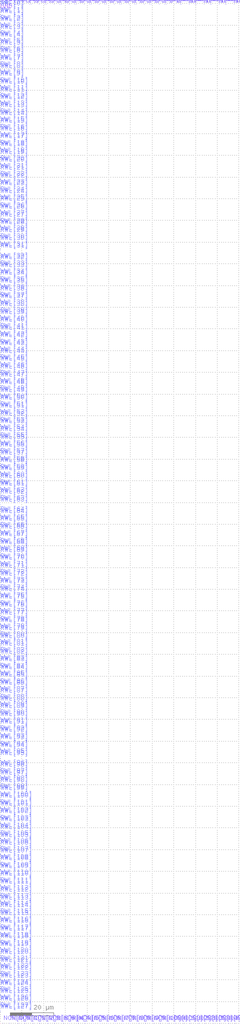
<source format=lef>
VERSION 5.7 ;
BUSBITCHARS "[]" ;
DIVIDERCHAR "/" ;

PROPERTYDEFINITIONS
  MACRO CatenaDesignType STRING ;
  MACRO connectivityLastUpdated INTEGER ;
  MACRO drcSignature INTEGER ;
END PROPERTYDEFINITIONS

MACRO sram_array_layout_best_128x16_Instance_Senseamp
  PIN WBLB[14]
    DIRECTION INPUT ;
    USE SIGNAL ;
    PORT
      LAYER metal2 ;
        RECT 100.98 469.62 101.07 469.8 ;
    END
  END WBLB[14]
  PIN WBLB[13]
    DIRECTION INPUT ;
    USE SIGNAL ;
    PORT
      LAYER metal2 ;
        RECT 94.05 469.62 94.14 469.8 ;
    END
  END WBLB[13]
  PIN WBLB[12]
    DIRECTION INPUT ;
    USE SIGNAL ;
    PORT
      LAYER metal2 ;
        RECT 87.12 469.62 87.21 469.8 ;
    END
  END WBLB[12]
  PIN WBLB[11]
    DIRECTION INPUT ;
    USE SIGNAL ;
    PORT
      LAYER metal2 ;
        RECT 80.19 469.62 80.28 469.8 ;
    END
  END WBLB[11]
  PIN WBLB[10]
    DIRECTION INPUT ;
    USE SIGNAL ;
    PORT
      LAYER metal2 ;
        RECT 73.26 469.62 73.35 469.8 ;
    END
  END WBLB[10]
  PIN WBLB[9]
    DIRECTION INPUT ;
    USE SIGNAL ;
    PORT
      LAYER metal2 ;
        RECT 66.33 469.62 66.42 469.8 ;
    END
  END WBLB[9]
  PIN WBLB[8]
    DIRECTION INPUT ;
    USE SIGNAL ;
    PORT
      LAYER metal2 ;
        RECT 59.4 469.62 59.49 469.8 ;
    END
  END WBLB[8]
  PIN WBLB[7]
    DIRECTION INPUT ;
    USE SIGNAL ;
    PORT
      LAYER metal2 ;
        RECT 52.47 469.62 52.56 469.8 ;
    END
  END WBLB[7]
  PIN WBLB[6]
    DIRECTION INPUT ;
    USE SIGNAL ;
    PORT
      LAYER metal2 ;
        RECT 45.54 469.62 45.63 469.8 ;
    END
  END WBLB[6]
  PIN WBLB[5]
    DIRECTION INPUT ;
    USE SIGNAL ;
    PORT
      LAYER metal2 ;
        RECT 38.61 469.62 38.7 469.8 ;
    END
  END WBLB[5]
  PIN WBLB[4]
    DIRECTION INPUT ;
    USE SIGNAL ;
    PORT
      LAYER metal2 ;
        RECT 31.68 469.62 31.77 469.8 ;
    END
  END WBLB[4]
  PIN WBLB[3]
    DIRECTION INPUT ;
    USE SIGNAL ;
    PORT
      LAYER metal2 ;
        RECT 24.75 469.62 24.84 469.8 ;
    END
  END WBLB[3]
  PIN WBLB[2]
    DIRECTION INPUT ;
    USE SIGNAL ;
    PORT
      LAYER metal2 ;
        RECT 17.82 469.62 17.91 469.8 ;
    END
  END WBLB[2]
  PIN WBLB[1]
    DIRECTION INPUT ;
    USE SIGNAL ;
    PORT
      LAYER metal2 ;
        RECT 10.89 469.62 10.98 469.8 ;
    END
  END WBLB[1]
  PIN WBLB[0]
    DIRECTION INPUT ;
    USE SIGNAL ;
    PORT
      LAYER metal2 ;
        RECT 3.96 469.62 4.05 469.8 ;
    END
  END WBLB[0]
  PIN RBL[0]
    DIRECTION INPUT ;
    USE SIGNAL ;
    PORT
      LAYER metal2 ;
        RECT 6.57 469.62 6.66 469.8 ;
    END
  END RBL[0]
  PIN WBLB[15]
    DIRECTION INPUT ;
    USE SIGNAL ;
    PORT
      LAYER metal2 ;
        RECT 107.91 469.62 108 469.8 ;
    END
  END WBLB[15]
  PIN WBL[14]
    DIRECTION INPUT ;
    USE SIGNAL ;
    PORT
      LAYER metal2 ;
        RECT 97.29 469.62 97.38 469.8 ;
    END
  END WBL[14]
  PIN WBL[13]
    DIRECTION INPUT ;
    USE SIGNAL ;
    PORT
      LAYER metal2 ;
        RECT 90.36 469.62 90.45 469.8 ;
    END
  END WBL[13]
  PIN WBL[12]
    DIRECTION INPUT ;
    USE SIGNAL ;
    PORT
      LAYER metal2 ;
        RECT 83.43 469.62 83.52 469.8 ;
    END
  END WBL[12]
  PIN WBL[11]
    DIRECTION INPUT ;
    USE SIGNAL ;
    PORT
      LAYER metal2 ;
        RECT 76.5 469.62 76.59 469.8 ;
    END
  END WBL[11]
  PIN WBL[10]
    DIRECTION INPUT ;
    USE SIGNAL ;
    PORT
      LAYER metal2 ;
        RECT 69.57 469.62 69.66 469.8 ;
    END
  END WBL[10]
  PIN WBL[9]
    DIRECTION INPUT ;
    USE SIGNAL ;
    PORT
      LAYER metal2 ;
        RECT 62.64 469.62 62.73 469.8 ;
    END
  END WBL[9]
  PIN WBL[8]
    DIRECTION INPUT ;
    USE SIGNAL ;
    PORT
      LAYER metal2 ;
        RECT 55.71 469.62 55.8 469.8 ;
    END
  END WBL[8]
  PIN WBL[7]
    DIRECTION INPUT ;
    USE SIGNAL ;
    PORT
      LAYER metal2 ;
        RECT 48.78 469.62 48.87 469.8 ;
    END
  END WBL[7]
  PIN WBL[6]
    DIRECTION INPUT ;
    USE SIGNAL ;
    PORT
      LAYER metal2 ;
        RECT 41.85 469.62 41.94 469.8 ;
    END
  END WBL[6]
  PIN WBL[5]
    DIRECTION INPUT ;
    USE SIGNAL ;
    PORT
      LAYER metal2 ;
        RECT 34.92 469.62 35.01 469.8 ;
    END
  END WBL[5]
  PIN WBL[4]
    DIRECTION INPUT ;
    USE SIGNAL ;
    PORT
      LAYER metal2 ;
        RECT 27.99 469.62 28.08 469.8 ;
    END
  END WBL[4]
  PIN WBL[3]
    DIRECTION INPUT ;
    USE SIGNAL ;
    PORT
      LAYER metal2 ;
        RECT 21.06 469.62 21.15 469.8 ;
    END
  END WBL[3]
  PIN WBL[2]
    DIRECTION INPUT ;
    USE SIGNAL ;
    PORT
      LAYER metal2 ;
        RECT 14.13 469.62 14.22 469.8 ;
    END
  END WBL[2]
  PIN WBL[1]
    DIRECTION INPUT ;
    USE SIGNAL ;
    PORT
      LAYER metal2 ;
        RECT 7.2 469.62 7.29 469.8 ;
    END
  END WBL[1]
  PIN RBL[15]
    DIRECTION INPUT ;
    USE SIGNAL ;
    PORT
      LAYER metal2 ;
        RECT 110.52 469.62 110.61 469.8 ;
    END
  END RBL[15]
  PIN WBL[0]
    DIRECTION INPUT ;
    USE SIGNAL ;
    PORT
      LAYER metal2 ;
        RECT 0.27 469.62 0.36 469.8 ;
    END
  END WBL[0]
  PIN WBL[15]
    DIRECTION INPUT ;
    USE SIGNAL ;
    PORT
      LAYER metal2 ;
        RECT 104.22 469.62 104.31 469.8 ;
    END
  END WBL[15]
  PIN RBL[14]
    DIRECTION INPUT ;
    USE SIGNAL ;
    PORT
      LAYER metal2 ;
        RECT 103.59 469.62 103.68 469.8 ;
    END
  END RBL[14]
  PIN RBL[13]
    DIRECTION INPUT ;
    USE SIGNAL ;
    PORT
      LAYER metal2 ;
        RECT 96.66 469.62 96.75 469.8 ;
    END
  END RBL[13]
  PIN RBL[12]
    DIRECTION INPUT ;
    USE SIGNAL ;
    PORT
      LAYER metal2 ;
        RECT 89.73 469.62 89.82 469.8 ;
    END
  END RBL[12]
  PIN RBL[11]
    DIRECTION INPUT ;
    USE SIGNAL ;
    PORT
      LAYER metal2 ;
        RECT 82.8 469.62 82.89 469.8 ;
    END
  END RBL[11]
  PIN RBL[10]
    DIRECTION INPUT ;
    USE SIGNAL ;
    PORT
      LAYER metal2 ;
        RECT 75.87 469.62 75.96 469.8 ;
    END
  END RBL[10]
  PIN RBL[9]
    DIRECTION INPUT ;
    USE SIGNAL ;
    PORT
      LAYER metal2 ;
        RECT 68.94 469.62 69.03 469.8 ;
    END
  END RBL[9]
  PIN RBL[8]
    DIRECTION INPUT ;
    USE SIGNAL ;
    PORT
      LAYER metal2 ;
        RECT 62.01 469.62 62.1 469.8 ;
    END
  END RBL[8]
  PIN RBL[7]
    DIRECTION INPUT ;
    USE SIGNAL ;
    PORT
      LAYER metal2 ;
        RECT 55.08 469.62 55.17 469.8 ;
    END
  END RBL[7]
  PIN RBL[6]
    DIRECTION INPUT ;
    USE SIGNAL ;
    PORT
      LAYER metal2 ;
        RECT 48.15 469.62 48.24 469.8 ;
    END
  END RBL[6]
  PIN RBL[5]
    DIRECTION INPUT ;
    USE SIGNAL ;
    PORT
      LAYER metal2 ;
        RECT 41.22 469.62 41.31 469.8 ;
    END
  END RBL[5]
  PIN RBL[4]
    DIRECTION INPUT ;
    USE SIGNAL ;
    PORT
      LAYER metal2 ;
        RECT 34.29 469.62 34.38 469.8 ;
    END
  END RBL[4]
  PIN RBL[3]
    DIRECTION INPUT ;
    USE SIGNAL ;
    PORT
      LAYER metal2 ;
        RECT 27.36 469.62 27.45 469.8 ;
    END
  END RBL[3]
  PIN RBL[2]
    DIRECTION INPUT ;
    USE SIGNAL ;
    PORT
      LAYER metal2 ;
        RECT 20.43 469.62 20.52 469.8 ;
    END
  END RBL[2]
  PIN RBL[1]
    DIRECTION INPUT ;
    USE SIGNAL ;
    PORT
      LAYER metal2 ;
        RECT 13.5 469.62 13.59 469.8 ;
    END
  END RBL[1]
  PIN GND
    DIRECTION INOUT ;
    USE SIGNAL ;
    PORT
      LAYER metal1 ;
        RECT 0 471.33 0.135 471.465 ;
    END
    PORT
      LAYER metal1 ;
        RECT 0 466.245 0.135 466.38 ;
    END
  END GND
  PIN WWL[0]
    DIRECTION INPUT ;
    USE SIGNAL ;
    PORT
      LAYER metal3 ;
        RECT 0 467.505 0.135 467.64 ;
    END
  END WWL[0]
  PIN RWL[0]
    DIRECTION INPUT ;
    USE SIGNAL ;
    PORT
      LAYER metal3 ;
        RECT 0 468.315 0.135 468.45 ;
    END
  END RWL[0]
  PIN VDD
    DIRECTION INOUT ;
    USE SIGNAL ;
    PORT
      LAYER metal1 ;
        RECT 0 469.89 0.135 470.025 ;
    END
    PORT
      LAYER metal1 ;
        RECT 0 469.575 0.135 469.71 ;
    END
  END VDD
  PIN RWL[30]
    DIRECTION INPUT ;
    USE SIGNAL ;
    PORT
      LAYER metal3 ;
        RECT 0 360.315 0.135 360.45 ;
    END
  END RWL[30]
  PIN RWL[2]
    DIRECTION INPUT ;
    USE SIGNAL ;
    PORT
      LAYER metal3 ;
        RECT 0 461.115 0.135 461.25 ;
    END
  END RWL[2]
  PIN RWL[4]
    DIRECTION INPUT ;
    USE SIGNAL ;
    PORT
      LAYER metal3 ;
        RECT 0 453.915 0.135 454.05 ;
    END
  END RWL[4]
  PIN RWL[6]
    DIRECTION INPUT ;
    USE SIGNAL ;
    PORT
      LAYER metal3 ;
        RECT 0 446.715 0.135 446.85 ;
    END
  END RWL[6]
  PIN RWL[8]
    DIRECTION INPUT ;
    USE SIGNAL ;
    PORT
      LAYER metal3 ;
        RECT 0 439.515 0.135 439.65 ;
    END
  END RWL[8]
  PIN RWL[10]
    DIRECTION INPUT ;
    USE SIGNAL ;
    PORT
      LAYER metal3 ;
        RECT 0 432.315 0.135 432.45 ;
    END
  END RWL[10]
  PIN RWL[12]
    DIRECTION INPUT ;
    USE SIGNAL ;
    PORT
      LAYER metal3 ;
        RECT 0 425.115 0.135 425.25 ;
    END
  END RWL[12]
  PIN RWL[14]
    DIRECTION INPUT ;
    USE SIGNAL ;
    PORT
      LAYER metal3 ;
        RECT 0 417.915 0.135 418.05 ;
    END
  END RWL[14]
  PIN RWL[16]
    DIRECTION INPUT ;
    USE SIGNAL ;
    PORT
      LAYER metal3 ;
        RECT 0 410.715 0.135 410.85 ;
    END
  END RWL[16]
  PIN RWL[18]
    DIRECTION INPUT ;
    USE SIGNAL ;
    PORT
      LAYER metal3 ;
        RECT 0 403.515 0.135 403.65 ;
    END
  END RWL[18]
  PIN RWL[20]
    DIRECTION INPUT ;
    USE SIGNAL ;
    PORT
      LAYER metal3 ;
        RECT 0 396.315 0.135 396.45 ;
    END
  END RWL[20]
  PIN RWL[22]
    DIRECTION INPUT ;
    USE SIGNAL ;
    PORT
      LAYER metal3 ;
        RECT 0 389.115 0.135 389.25 ;
    END
  END RWL[22]
  PIN RWL[24]
    DIRECTION INPUT ;
    USE SIGNAL ;
    PORT
      LAYER metal3 ;
        RECT 0 381.915 0.135 382.05 ;
    END
  END RWL[24]
  PIN RWL[26]
    DIRECTION INPUT ;
    USE SIGNAL ;
    PORT
      LAYER metal3 ;
        RECT 0 374.715 0.135 374.85 ;
    END
  END RWL[26]
  PIN RWL[28]
    DIRECTION INPUT ;
    USE SIGNAL ;
    PORT
      LAYER metal3 ;
        RECT 0 367.515 0.135 367.65 ;
    END
  END RWL[28]
  PIN WWL[30]
    DIRECTION INPUT ;
    USE SIGNAL ;
    PORT
      LAYER metal3 ;
        RECT 0 359.505 0.135 359.64 ;
    END
  END WWL[30]
  PIN WWL[2]
    DIRECTION INPUT ;
    USE SIGNAL ;
    PORT
      LAYER metal3 ;
        RECT 0 460.305 0.135 460.44 ;
    END
  END WWL[2]
  PIN WWL[4]
    DIRECTION INPUT ;
    USE SIGNAL ;
    PORT
      LAYER metal3 ;
        RECT 0 453.105 0.135 453.24 ;
    END
  END WWL[4]
  PIN WWL[6]
    DIRECTION INPUT ;
    USE SIGNAL ;
    PORT
      LAYER metal3 ;
        RECT 0 445.905 0.135 446.04 ;
    END
  END WWL[6]
  PIN WWL[8]
    DIRECTION INPUT ;
    USE SIGNAL ;
    PORT
      LAYER metal3 ;
        RECT 0 438.705 0.135 438.84 ;
    END
  END WWL[8]
  PIN WWL[10]
    DIRECTION INPUT ;
    USE SIGNAL ;
    PORT
      LAYER metal3 ;
        RECT 0 431.505 0.135 431.64 ;
    END
  END WWL[10]
  PIN WWL[12]
    DIRECTION INPUT ;
    USE SIGNAL ;
    PORT
      LAYER metal3 ;
        RECT 0 424.305 0.135 424.44 ;
    END
  END WWL[12]
  PIN WWL[14]
    DIRECTION INPUT ;
    USE SIGNAL ;
    PORT
      LAYER metal3 ;
        RECT 0 417.105 0.135 417.24 ;
    END
  END WWL[14]
  PIN WWL[16]
    DIRECTION INPUT ;
    USE SIGNAL ;
    PORT
      LAYER metal3 ;
        RECT 0 409.905 0.135 410.04 ;
    END
  END WWL[16]
  PIN WWL[18]
    DIRECTION INPUT ;
    USE SIGNAL ;
    PORT
      LAYER metal3 ;
        RECT 0 402.705 0.135 402.84 ;
    END
  END WWL[18]
  PIN WWL[20]
    DIRECTION INPUT ;
    USE SIGNAL ;
    PORT
      LAYER metal3 ;
        RECT 0 395.505 0.135 395.64 ;
    END
  END WWL[20]
  PIN WWL[22]
    DIRECTION INPUT ;
    USE SIGNAL ;
    PORT
      LAYER metal3 ;
        RECT 0 388.305 0.135 388.44 ;
    END
  END WWL[22]
  PIN WWL[24]
    DIRECTION INPUT ;
    USE SIGNAL ;
    PORT
      LAYER metal3 ;
        RECT 0 381.105 0.135 381.24 ;
    END
  END WWL[24]
  PIN WWL[26]
    DIRECTION INPUT ;
    USE SIGNAL ;
    PORT
      LAYER metal3 ;
        RECT 0 373.905 0.135 374.04 ;
    END
  END WWL[26]
  PIN WWL[28]
    DIRECTION INPUT ;
    USE SIGNAL ;
    PORT
      LAYER metal3 ;
        RECT 0 366.705 0.135 366.84 ;
    END
  END WWL[28]
  PIN WWL[31]
    DIRECTION INPUT ;
    USE SIGNAL ;
    PORT
      LAYER metal3 ;
        RECT 0 356.76 0.135 356.895 ;
    END
  END WWL[31]
  PIN WWL[1]
    DIRECTION INPUT ;
    USE SIGNAL ;
    PORT
      LAYER metal3 ;
        RECT 0 464.76 0.135 464.895 ;
    END
  END WWL[1]
  PIN WWL[3]
    DIRECTION INPUT ;
    USE SIGNAL ;
    PORT
      LAYER metal3 ;
        RECT 0 457.56 0.135 457.695 ;
    END
  END WWL[3]
  PIN WWL[5]
    DIRECTION INPUT ;
    USE SIGNAL ;
    PORT
      LAYER metal3 ;
        RECT 0 450.36 0.135 450.495 ;
    END
  END WWL[5]
  PIN WWL[7]
    DIRECTION INPUT ;
    USE SIGNAL ;
    PORT
      LAYER metal3 ;
        RECT 0 443.16 0.135 443.295 ;
    END
  END WWL[7]
  PIN WWL[9]
    DIRECTION INPUT ;
    USE SIGNAL ;
    PORT
      LAYER metal3 ;
        RECT 0 435.96 0.135 436.095 ;
    END
  END WWL[9]
  PIN WWL[11]
    DIRECTION INPUT ;
    USE SIGNAL ;
    PORT
      LAYER metal3 ;
        RECT 0 428.76 0.135 428.895 ;
    END
  END WWL[11]
  PIN WWL[13]
    DIRECTION INPUT ;
    USE SIGNAL ;
    PORT
      LAYER metal3 ;
        RECT 0 421.56 0.135 421.695 ;
    END
  END WWL[13]
  PIN WWL[15]
    DIRECTION INPUT ;
    USE SIGNAL ;
    PORT
      LAYER metal3 ;
        RECT 0 414.36 0.135 414.495 ;
    END
  END WWL[15]
  PIN WWL[17]
    DIRECTION INPUT ;
    USE SIGNAL ;
    PORT
      LAYER metal3 ;
        RECT 0 407.16 0.135 407.295 ;
    END
  END WWL[17]
  PIN WWL[19]
    DIRECTION INPUT ;
    USE SIGNAL ;
    PORT
      LAYER metal3 ;
        RECT 0 399.96 0.135 400.095 ;
    END
  END WWL[19]
  PIN WWL[21]
    DIRECTION INPUT ;
    USE SIGNAL ;
    PORT
      LAYER metal3 ;
        RECT 0 392.76 0.135 392.895 ;
    END
  END WWL[21]
  PIN WWL[23]
    DIRECTION INPUT ;
    USE SIGNAL ;
    PORT
      LAYER metal3 ;
        RECT 0 385.56 0.135 385.695 ;
    END
  END WWL[23]
  PIN WWL[25]
    DIRECTION INPUT ;
    USE SIGNAL ;
    PORT
      LAYER metal3 ;
        RECT 0 378.36 0.135 378.495 ;
    END
  END WWL[25]
  PIN WWL[27]
    DIRECTION INPUT ;
    USE SIGNAL ;
    PORT
      LAYER metal3 ;
        RECT 0 371.16 0.135 371.295 ;
    END
  END WWL[27]
  PIN WWL[29]
    DIRECTION INPUT ;
    USE SIGNAL ;
    PORT
      LAYER metal3 ;
        RECT 0 363.96 0.135 364.095 ;
    END
  END WWL[29]
  PIN RWL[31]
    DIRECTION INPUT ;
    USE SIGNAL ;
    PORT
      LAYER metal3 ;
        RECT 0 355.95 0.135 356.085 ;
    END
  END RWL[31]
  PIN RWL[1]
    DIRECTION INPUT ;
    USE SIGNAL ;
    PORT
      LAYER metal3 ;
        RECT 0 463.95 0.135 464.085 ;
    END
  END RWL[1]
  PIN RWL[3]
    DIRECTION INPUT ;
    USE SIGNAL ;
    PORT
      LAYER metal3 ;
        RECT 0 456.75 0.135 456.885 ;
    END
  END RWL[3]
  PIN RWL[5]
    DIRECTION INPUT ;
    USE SIGNAL ;
    PORT
      LAYER metal3 ;
        RECT 0 449.55 0.135 449.685 ;
    END
  END RWL[5]
  PIN RWL[7]
    DIRECTION INPUT ;
    USE SIGNAL ;
    PORT
      LAYER metal3 ;
        RECT 0 442.35 0.135 442.485 ;
    END
  END RWL[7]
  PIN RWL[9]
    DIRECTION INPUT ;
    USE SIGNAL ;
    PORT
      LAYER metal3 ;
        RECT 0 435.15 0.135 435.285 ;
    END
  END RWL[9]
  PIN RWL[11]
    DIRECTION INPUT ;
    USE SIGNAL ;
    PORT
      LAYER metal3 ;
        RECT 0 427.95 0.135 428.085 ;
    END
  END RWL[11]
  PIN RWL[13]
    DIRECTION INPUT ;
    USE SIGNAL ;
    PORT
      LAYER metal3 ;
        RECT 0 420.75 0.135 420.885 ;
    END
  END RWL[13]
  PIN RWL[15]
    DIRECTION INPUT ;
    USE SIGNAL ;
    PORT
      LAYER metal3 ;
        RECT 0 413.55 0.135 413.685 ;
    END
  END RWL[15]
  PIN RWL[17]
    DIRECTION INPUT ;
    USE SIGNAL ;
    PORT
      LAYER metal3 ;
        RECT 0 406.35 0.135 406.485 ;
    END
  END RWL[17]
  PIN RWL[19]
    DIRECTION INPUT ;
    USE SIGNAL ;
    PORT
      LAYER metal3 ;
        RECT 0 399.15 0.135 399.285 ;
    END
  END RWL[19]
  PIN RWL[21]
    DIRECTION INPUT ;
    USE SIGNAL ;
    PORT
      LAYER metal3 ;
        RECT 0 391.95 0.135 392.085 ;
    END
  END RWL[21]
  PIN RWL[23]
    DIRECTION INPUT ;
    USE SIGNAL ;
    PORT
      LAYER metal3 ;
        RECT 0 384.75 0.135 384.885 ;
    END
  END RWL[23]
  PIN RWL[25]
    DIRECTION INPUT ;
    USE SIGNAL ;
    PORT
      LAYER metal3 ;
        RECT 0 377.55 0.135 377.685 ;
    END
  END RWL[25]
  PIN RWL[27]
    DIRECTION INPUT ;
    USE SIGNAL ;
    PORT
      LAYER metal3 ;
        RECT 0 370.35 0.135 370.485 ;
    END
  END RWL[27]
  PIN RWL[29]
    DIRECTION INPUT ;
    USE SIGNAL ;
    PORT
      LAYER metal3 ;
        RECT 0 363.15 0.135 363.285 ;
    END
  END RWL[29]
  PIN RWL[64]
    DIRECTION INPUT ;
    USE SIGNAL ;
    PORT
      LAYER metal3 ;
        RECT 0 234.495 0.135 234.63 ;
    END
  END RWL[64]
  PIN WWL[32]
    DIRECTION INPUT ;
    USE SIGNAL ;
    PORT
      LAYER metal3 ;
        RECT 0 351.45 0.135 351.585 ;
    END
  END WWL[32]
  PIN WWL[34]
    DIRECTION INPUT ;
    USE SIGNAL ;
    PORT
      LAYER metal3 ;
        RECT 0 344.25 0.135 344.385 ;
    END
  END WWL[34]
  PIN WWL[36]
    DIRECTION INPUT ;
    USE SIGNAL ;
    PORT
      LAYER metal3 ;
        RECT 0 337.05 0.135 337.185 ;
    END
  END WWL[36]
  PIN WWL[38]
    DIRECTION INPUT ;
    USE SIGNAL ;
    PORT
      LAYER metal3 ;
        RECT 0 329.85 0.135 329.985 ;
    END
  END WWL[38]
  PIN WWL[40]
    DIRECTION INPUT ;
    USE SIGNAL ;
    PORT
      LAYER metal3 ;
        RECT 0 322.65 0.135 322.785 ;
    END
  END WWL[40]
  PIN WWL[42]
    DIRECTION INPUT ;
    USE SIGNAL ;
    PORT
      LAYER metal3 ;
        RECT 0 315.45 0.135 315.585 ;
    END
  END WWL[42]
  PIN WWL[44]
    DIRECTION INPUT ;
    USE SIGNAL ;
    PORT
      LAYER metal3 ;
        RECT 0 308.25 0.135 308.385 ;
    END
  END WWL[44]
  PIN WWL[46]
    DIRECTION INPUT ;
    USE SIGNAL ;
    PORT
      LAYER metal3 ;
        RECT 0 301.05 0.135 301.185 ;
    END
  END WWL[46]
  PIN WWL[48]
    DIRECTION INPUT ;
    USE SIGNAL ;
    PORT
      LAYER metal3 ;
        RECT 0 293.85 0.135 293.985 ;
    END
  END WWL[48]
  PIN WWL[50]
    DIRECTION INPUT ;
    USE SIGNAL ;
    PORT
      LAYER metal3 ;
        RECT 0 286.65 0.135 286.785 ;
    END
  END WWL[50]
  PIN WWL[52]
    DIRECTION INPUT ;
    USE SIGNAL ;
    PORT
      LAYER metal3 ;
        RECT 0 279.45 0.135 279.585 ;
    END
  END WWL[52]
  PIN WWL[54]
    DIRECTION INPUT ;
    USE SIGNAL ;
    PORT
      LAYER metal3 ;
        RECT 0 272.25 0.135 272.385 ;
    END
  END WWL[54]
  PIN WWL[56]
    DIRECTION INPUT ;
    USE SIGNAL ;
    PORT
      LAYER metal3 ;
        RECT 0 265.05 0.135 265.185 ;
    END
  END WWL[56]
  PIN WWL[58]
    DIRECTION INPUT ;
    USE SIGNAL ;
    PORT
      LAYER metal3 ;
        RECT 0 257.85 0.135 257.985 ;
    END
  END WWL[58]
  PIN WWL[60]
    DIRECTION INPUT ;
    USE SIGNAL ;
    PORT
      LAYER metal3 ;
        RECT 0 250.65 0.135 250.785 ;
    END
  END WWL[60]
  PIN WWL[62]
    DIRECTION INPUT ;
    USE SIGNAL ;
    PORT
      LAYER metal3 ;
        RECT 0 243.45 0.135 243.585 ;
    END
  END WWL[62]
  PIN WWL[95]
    DIRECTION INPUT ;
    USE SIGNAL ;
    PORT
      LAYER metal3 ;
        RECT 0 122.94 0.135 123.075 ;
    END
  END WWL[95]
  PIN RWL[32]
    DIRECTION INPUT ;
    USE SIGNAL ;
    PORT
      LAYER metal3 ;
        RECT 0 350.64 0.135 350.775 ;
    END
  END RWL[32]
  PIN RWL[34]
    DIRECTION INPUT ;
    USE SIGNAL ;
    PORT
      LAYER metal3 ;
        RECT 0 343.44 0.135 343.575 ;
    END
  END RWL[34]
  PIN RWL[36]
    DIRECTION INPUT ;
    USE SIGNAL ;
    PORT
      LAYER metal3 ;
        RECT 0 336.24 0.135 336.375 ;
    END
  END RWL[36]
  PIN RWL[38]
    DIRECTION INPUT ;
    USE SIGNAL ;
    PORT
      LAYER metal3 ;
        RECT 0 329.04 0.135 329.175 ;
    END
  END RWL[38]
  PIN RWL[40]
    DIRECTION INPUT ;
    USE SIGNAL ;
    PORT
      LAYER metal3 ;
        RECT 0 321.84 0.135 321.975 ;
    END
  END RWL[40]
  PIN RWL[42]
    DIRECTION INPUT ;
    USE SIGNAL ;
    PORT
      LAYER metal3 ;
        RECT 0 314.64 0.135 314.775 ;
    END
  END RWL[42]
  PIN RWL[44]
    DIRECTION INPUT ;
    USE SIGNAL ;
    PORT
      LAYER metal3 ;
        RECT 0 307.44 0.135 307.575 ;
    END
  END RWL[44]
  PIN RWL[46]
    DIRECTION INPUT ;
    USE SIGNAL ;
    PORT
      LAYER metal3 ;
        RECT 0 300.24 0.135 300.375 ;
    END
  END RWL[46]
  PIN RWL[48]
    DIRECTION INPUT ;
    USE SIGNAL ;
    PORT
      LAYER metal3 ;
        RECT 0 293.04 0.135 293.175 ;
    END
  END RWL[48]
  PIN RWL[50]
    DIRECTION INPUT ;
    USE SIGNAL ;
    PORT
      LAYER metal3 ;
        RECT 0 285.84 0.135 285.975 ;
    END
  END RWL[50]
  PIN RWL[52]
    DIRECTION INPUT ;
    USE SIGNAL ;
    PORT
      LAYER metal3 ;
        RECT 0 278.64 0.135 278.775 ;
    END
  END RWL[52]
  PIN RWL[54]
    DIRECTION INPUT ;
    USE SIGNAL ;
    PORT
      LAYER metal3 ;
        RECT 0 271.44 0.135 271.575 ;
    END
  END RWL[54]
  PIN RWL[56]
    DIRECTION INPUT ;
    USE SIGNAL ;
    PORT
      LAYER metal3 ;
        RECT 0 264.24 0.135 264.375 ;
    END
  END RWL[56]
  PIN RWL[58]
    DIRECTION INPUT ;
    USE SIGNAL ;
    PORT
      LAYER metal3 ;
        RECT 0 257.04 0.135 257.175 ;
    END
  END RWL[58]
  PIN RWL[60]
    DIRECTION INPUT ;
    USE SIGNAL ;
    PORT
      LAYER metal3 ;
        RECT 0 249.84 0.135 249.975 ;
    END
  END RWL[60]
  PIN RWL[62]
    DIRECTION INPUT ;
    USE SIGNAL ;
    PORT
      LAYER metal3 ;
        RECT 0 242.64 0.135 242.775 ;
    END
  END RWL[62]
  PIN RWL[63]
    DIRECTION INPUT ;
    USE SIGNAL ;
    PORT
      LAYER metal3 ;
        RECT 0 239.805 0.135 239.94 ;
    END
  END RWL[63]
  PIN RWL[33]
    DIRECTION INPUT ;
    USE SIGNAL ;
    PORT
      LAYER metal3 ;
        RECT 0 347.805 0.135 347.94 ;
    END
  END RWL[33]
  PIN RWL[35]
    DIRECTION INPUT ;
    USE SIGNAL ;
    PORT
      LAYER metal3 ;
        RECT 0 340.605 0.135 340.74 ;
    END
  END RWL[35]
  PIN RWL[37]
    DIRECTION INPUT ;
    USE SIGNAL ;
    PORT
      LAYER metal3 ;
        RECT 0 333.405 0.135 333.54 ;
    END
  END RWL[37]
  PIN RWL[39]
    DIRECTION INPUT ;
    USE SIGNAL ;
    PORT
      LAYER metal3 ;
        RECT 0 326.205 0.135 326.34 ;
    END
  END RWL[39]
  PIN RWL[41]
    DIRECTION INPUT ;
    USE SIGNAL ;
    PORT
      LAYER metal3 ;
        RECT 0 319.005 0.135 319.14 ;
    END
  END RWL[41]
  PIN RWL[43]
    DIRECTION INPUT ;
    USE SIGNAL ;
    PORT
      LAYER metal3 ;
        RECT 0 311.805 0.135 311.94 ;
    END
  END RWL[43]
  PIN RWL[45]
    DIRECTION INPUT ;
    USE SIGNAL ;
    PORT
      LAYER metal3 ;
        RECT 0 304.605 0.135 304.74 ;
    END
  END RWL[45]
  PIN RWL[47]
    DIRECTION INPUT ;
    USE SIGNAL ;
    PORT
      LAYER metal3 ;
        RECT 0 297.405 0.135 297.54 ;
    END
  END RWL[47]
  PIN RWL[49]
    DIRECTION INPUT ;
    USE SIGNAL ;
    PORT
      LAYER metal3 ;
        RECT 0 290.205 0.135 290.34 ;
    END
  END RWL[49]
  PIN RWL[51]
    DIRECTION INPUT ;
    USE SIGNAL ;
    PORT
      LAYER metal3 ;
        RECT 0 283.005 0.135 283.14 ;
    END
  END RWL[51]
  PIN RWL[53]
    DIRECTION INPUT ;
    USE SIGNAL ;
    PORT
      LAYER metal3 ;
        RECT 0 275.805 0.135 275.94 ;
    END
  END RWL[53]
  PIN RWL[55]
    DIRECTION INPUT ;
    USE SIGNAL ;
    PORT
      LAYER metal3 ;
        RECT 0 268.605 0.135 268.74 ;
    END
  END RWL[55]
  PIN RWL[57]
    DIRECTION INPUT ;
    USE SIGNAL ;
    PORT
      LAYER metal3 ;
        RECT 0 261.405 0.135 261.54 ;
    END
  END RWL[57]
  PIN RWL[59]
    DIRECTION INPUT ;
    USE SIGNAL ;
    PORT
      LAYER metal3 ;
        RECT 0 254.205 0.135 254.34 ;
    END
  END RWL[59]
  PIN RWL[61]
    DIRECTION INPUT ;
    USE SIGNAL ;
    PORT
      LAYER metal3 ;
        RECT 0 247.005 0.135 247.14 ;
    END
  END RWL[61]
  PIN WWL[63]
    DIRECTION INPUT ;
    USE SIGNAL ;
    PORT
      LAYER metal3 ;
        RECT 0 238.995 0.135 239.13 ;
    END
  END WWL[63]
  PIN WWL[33]
    DIRECTION INPUT ;
    USE SIGNAL ;
    PORT
      LAYER metal3 ;
        RECT 0 346.995 0.135 347.13 ;
    END
  END WWL[33]
  PIN WWL[35]
    DIRECTION INPUT ;
    USE SIGNAL ;
    PORT
      LAYER metal3 ;
        RECT 0 339.795 0.135 339.93 ;
    END
  END WWL[35]
  PIN WWL[37]
    DIRECTION INPUT ;
    USE SIGNAL ;
    PORT
      LAYER metal3 ;
        RECT 0 332.595 0.135 332.73 ;
    END
  END WWL[37]
  PIN WWL[39]
    DIRECTION INPUT ;
    USE SIGNAL ;
    PORT
      LAYER metal3 ;
        RECT 0 325.395 0.135 325.53 ;
    END
  END WWL[39]
  PIN WWL[41]
    DIRECTION INPUT ;
    USE SIGNAL ;
    PORT
      LAYER metal3 ;
        RECT 0 318.195 0.135 318.33 ;
    END
  END WWL[41]
  PIN WWL[43]
    DIRECTION INPUT ;
    USE SIGNAL ;
    PORT
      LAYER metal3 ;
        RECT 0 310.995 0.135 311.13 ;
    END
  END WWL[43]
  PIN WWL[45]
    DIRECTION INPUT ;
    USE SIGNAL ;
    PORT
      LAYER metal3 ;
        RECT 0 303.795 0.135 303.93 ;
    END
  END WWL[45]
  PIN WWL[47]
    DIRECTION INPUT ;
    USE SIGNAL ;
    PORT
      LAYER metal3 ;
        RECT 0 296.595 0.135 296.73 ;
    END
  END WWL[47]
  PIN WWL[49]
    DIRECTION INPUT ;
    USE SIGNAL ;
    PORT
      LAYER metal3 ;
        RECT 0 289.395 0.135 289.53 ;
    END
  END WWL[49]
  PIN WWL[51]
    DIRECTION INPUT ;
    USE SIGNAL ;
    PORT
      LAYER metal3 ;
        RECT 0 282.195 0.135 282.33 ;
    END
  END WWL[51]
  PIN WWL[53]
    DIRECTION INPUT ;
    USE SIGNAL ;
    PORT
      LAYER metal3 ;
        RECT 0 274.995 0.135 275.13 ;
    END
  END WWL[53]
  PIN WWL[55]
    DIRECTION INPUT ;
    USE SIGNAL ;
    PORT
      LAYER metal3 ;
        RECT 0 267.795 0.135 267.93 ;
    END
  END WWL[55]
  PIN WWL[57]
    DIRECTION INPUT ;
    USE SIGNAL ;
    PORT
      LAYER metal3 ;
        RECT 0 260.595 0.135 260.73 ;
    END
  END WWL[57]
  PIN WWL[59]
    DIRECTION INPUT ;
    USE SIGNAL ;
    PORT
      LAYER metal3 ;
        RECT 0 253.395 0.135 253.53 ;
    END
  END WWL[59]
  PIN WWL[61]
    DIRECTION INPUT ;
    USE SIGNAL ;
    PORT
      LAYER metal3 ;
        RECT 0 246.195 0.135 246.33 ;
    END
  END WWL[61]
  PIN RWL[66]
    DIRECTION INPUT ;
    USE SIGNAL ;
    PORT
      LAYER metal3 ;
        RECT 0 227.295 0.135 227.43 ;
    END
  END RWL[66]
  PIN RWL[68]
    DIRECTION INPUT ;
    USE SIGNAL ;
    PORT
      LAYER metal3 ;
        RECT 0 220.095 0.135 220.23 ;
    END
  END RWL[68]
  PIN RWL[70]
    DIRECTION INPUT ;
    USE SIGNAL ;
    PORT
      LAYER metal3 ;
        RECT 0 212.895 0.135 213.03 ;
    END
  END RWL[70]
  PIN RWL[72]
    DIRECTION INPUT ;
    USE SIGNAL ;
    PORT
      LAYER metal3 ;
        RECT 0 205.695 0.135 205.83 ;
    END
  END RWL[72]
  PIN RWL[74]
    DIRECTION INPUT ;
    USE SIGNAL ;
    PORT
      LAYER metal3 ;
        RECT 0 198.495 0.135 198.63 ;
    END
  END RWL[74]
  PIN RWL[76]
    DIRECTION INPUT ;
    USE SIGNAL ;
    PORT
      LAYER metal3 ;
        RECT 0 191.295 0.135 191.43 ;
    END
  END RWL[76]
  PIN RWL[78]
    DIRECTION INPUT ;
    USE SIGNAL ;
    PORT
      LAYER metal3 ;
        RECT 0 184.095 0.135 184.23 ;
    END
  END RWL[78]
  PIN RWL[80]
    DIRECTION INPUT ;
    USE SIGNAL ;
    PORT
      LAYER metal3 ;
        RECT 0 176.895 0.135 177.03 ;
    END
  END RWL[80]
  PIN RWL[82]
    DIRECTION INPUT ;
    USE SIGNAL ;
    PORT
      LAYER metal3 ;
        RECT 0 169.695 0.135 169.83 ;
    END
  END RWL[82]
  PIN RWL[84]
    DIRECTION INPUT ;
    USE SIGNAL ;
    PORT
      LAYER metal3 ;
        RECT 0 162.495 0.135 162.63 ;
    END
  END RWL[84]
  PIN RWL[86]
    DIRECTION INPUT ;
    USE SIGNAL ;
    PORT
      LAYER metal3 ;
        RECT 0 155.295 0.135 155.43 ;
    END
  END RWL[86]
  PIN RWL[88]
    DIRECTION INPUT ;
    USE SIGNAL ;
    PORT
      LAYER metal3 ;
        RECT 0 148.095 0.135 148.23 ;
    END
  END RWL[88]
  PIN RWL[90]
    DIRECTION INPUT ;
    USE SIGNAL ;
    PORT
      LAYER metal3 ;
        RECT 0 140.895 0.135 141.03 ;
    END
  END RWL[90]
  PIN RWL[92]
    DIRECTION INPUT ;
    USE SIGNAL ;
    PORT
      LAYER metal3 ;
        RECT 0 133.695 0.135 133.83 ;
    END
  END RWL[92]
  PIN RWL[94]
    DIRECTION INPUT ;
    USE SIGNAL ;
    PORT
      LAYER metal3 ;
        RECT 0 126.495 0.135 126.63 ;
    END
  END RWL[94]
  PIN RWL[95]
    DIRECTION INPUT ;
    USE SIGNAL ;
    PORT
      LAYER metal3 ;
        RECT 0 122.13 0.135 122.265 ;
    END
  END RWL[95]
  PIN WWL[64]
    DIRECTION INPUT ;
    USE SIGNAL ;
    PORT
      LAYER metal3 ;
        RECT 0 233.685 0.135 233.82 ;
    END
  END WWL[64]
  PIN WWL[66]
    DIRECTION INPUT ;
    USE SIGNAL ;
    PORT
      LAYER metal3 ;
        RECT 0 226.485 0.135 226.62 ;
    END
  END WWL[66]
  PIN WWL[68]
    DIRECTION INPUT ;
    USE SIGNAL ;
    PORT
      LAYER metal3 ;
        RECT 0 219.285 0.135 219.42 ;
    END
  END WWL[68]
  PIN WWL[70]
    DIRECTION INPUT ;
    USE SIGNAL ;
    PORT
      LAYER metal3 ;
        RECT 0 212.085 0.135 212.22 ;
    END
  END WWL[70]
  PIN WWL[72]
    DIRECTION INPUT ;
    USE SIGNAL ;
    PORT
      LAYER metal3 ;
        RECT 0 204.885 0.135 205.02 ;
    END
  END WWL[72]
  PIN WWL[74]
    DIRECTION INPUT ;
    USE SIGNAL ;
    PORT
      LAYER metal3 ;
        RECT 0 197.685 0.135 197.82 ;
    END
  END WWL[74]
  PIN WWL[76]
    DIRECTION INPUT ;
    USE SIGNAL ;
    PORT
      LAYER metal3 ;
        RECT 0 190.485 0.135 190.62 ;
    END
  END WWL[76]
  PIN WWL[78]
    DIRECTION INPUT ;
    USE SIGNAL ;
    PORT
      LAYER metal3 ;
        RECT 0 183.285 0.135 183.42 ;
    END
  END WWL[78]
  PIN WWL[80]
    DIRECTION INPUT ;
    USE SIGNAL ;
    PORT
      LAYER metal3 ;
        RECT 0 176.085 0.135 176.22 ;
    END
  END WWL[80]
  PIN WWL[82]
    DIRECTION INPUT ;
    USE SIGNAL ;
    PORT
      LAYER metal3 ;
        RECT 0 168.885 0.135 169.02 ;
    END
  END WWL[82]
  PIN WWL[84]
    DIRECTION INPUT ;
    USE SIGNAL ;
    PORT
      LAYER metal3 ;
        RECT 0 161.685 0.135 161.82 ;
    END
  END WWL[84]
  PIN WWL[86]
    DIRECTION INPUT ;
    USE SIGNAL ;
    PORT
      LAYER metal3 ;
        RECT 0 154.485 0.135 154.62 ;
    END
  END WWL[86]
  PIN WWL[88]
    DIRECTION INPUT ;
    USE SIGNAL ;
    PORT
      LAYER metal3 ;
        RECT 0 147.285 0.135 147.42 ;
    END
  END WWL[88]
  PIN WWL[90]
    DIRECTION INPUT ;
    USE SIGNAL ;
    PORT
      LAYER metal3 ;
        RECT 0 140.085 0.135 140.22 ;
    END
  END WWL[90]
  PIN WWL[92]
    DIRECTION INPUT ;
    USE SIGNAL ;
    PORT
      LAYER metal3 ;
        RECT 0 132.885 0.135 133.02 ;
    END
  END WWL[92]
  PIN WWL[94]
    DIRECTION INPUT ;
    USE SIGNAL ;
    PORT
      LAYER metal3 ;
        RECT 0 125.685 0.135 125.82 ;
    END
  END WWL[94]
  PIN WWL[93]
    DIRECTION INPUT ;
    USE SIGNAL ;
    PORT
      LAYER metal3 ;
        RECT 0 130.14 0.135 130.275 ;
    END
  END WWL[93]
  PIN WWL[65]
    DIRECTION INPUT ;
    USE SIGNAL ;
    PORT
      LAYER metal3 ;
        RECT 0 230.94 0.135 231.075 ;
    END
  END WWL[65]
  PIN WWL[67]
    DIRECTION INPUT ;
    USE SIGNAL ;
    PORT
      LAYER metal3 ;
        RECT 0 223.74 0.135 223.875 ;
    END
  END WWL[67]
  PIN WWL[69]
    DIRECTION INPUT ;
    USE SIGNAL ;
    PORT
      LAYER metal3 ;
        RECT 0 216.54 0.135 216.675 ;
    END
  END WWL[69]
  PIN WWL[71]
    DIRECTION INPUT ;
    USE SIGNAL ;
    PORT
      LAYER metal3 ;
        RECT 0 209.34 0.135 209.475 ;
    END
  END WWL[71]
  PIN WWL[73]
    DIRECTION INPUT ;
    USE SIGNAL ;
    PORT
      LAYER metal3 ;
        RECT 0 202.14 0.135 202.275 ;
    END
  END WWL[73]
  PIN WWL[75]
    DIRECTION INPUT ;
    USE SIGNAL ;
    PORT
      LAYER metal3 ;
        RECT 0 194.94 0.135 195.075 ;
    END
  END WWL[75]
  PIN WWL[77]
    DIRECTION INPUT ;
    USE SIGNAL ;
    PORT
      LAYER metal3 ;
        RECT 0 187.74 0.135 187.875 ;
    END
  END WWL[77]
  PIN WWL[79]
    DIRECTION INPUT ;
    USE SIGNAL ;
    PORT
      LAYER metal3 ;
        RECT 0 180.54 0.135 180.675 ;
    END
  END WWL[79]
  PIN WWL[81]
    DIRECTION INPUT ;
    USE SIGNAL ;
    PORT
      LAYER metal3 ;
        RECT 0 173.34 0.135 173.475 ;
    END
  END WWL[81]
  PIN WWL[83]
    DIRECTION INPUT ;
    USE SIGNAL ;
    PORT
      LAYER metal3 ;
        RECT 0 166.14 0.135 166.275 ;
    END
  END WWL[83]
  PIN WWL[85]
    DIRECTION INPUT ;
    USE SIGNAL ;
    PORT
      LAYER metal3 ;
        RECT 0 158.94 0.135 159.075 ;
    END
  END WWL[85]
  PIN WWL[87]
    DIRECTION INPUT ;
    USE SIGNAL ;
    PORT
      LAYER metal3 ;
        RECT 0 151.74 0.135 151.875 ;
    END
  END WWL[87]
  PIN WWL[89]
    DIRECTION INPUT ;
    USE SIGNAL ;
    PORT
      LAYER metal3 ;
        RECT 0 144.54 0.135 144.675 ;
    END
  END WWL[89]
  PIN WWL[91]
    DIRECTION INPUT ;
    USE SIGNAL ;
    PORT
      LAYER metal3 ;
        RECT 0 137.34 0.135 137.475 ;
    END
  END WWL[91]
  PIN RWL[93]
    DIRECTION INPUT ;
    USE SIGNAL ;
    PORT
      LAYER metal3 ;
        RECT 0 129.33 0.135 129.465 ;
    END
  END RWL[93]
  PIN RWL[65]
    DIRECTION INPUT ;
    USE SIGNAL ;
    PORT
      LAYER metal3 ;
        RECT 0 230.13 0.135 230.265 ;
    END
  END RWL[65]
  PIN RWL[67]
    DIRECTION INPUT ;
    USE SIGNAL ;
    PORT
      LAYER metal3 ;
        RECT 0 222.93 0.135 223.065 ;
    END
  END RWL[67]
  PIN RWL[69]
    DIRECTION INPUT ;
    USE SIGNAL ;
    PORT
      LAYER metal3 ;
        RECT 0 215.73 0.135 215.865 ;
    END
  END RWL[69]
  PIN RWL[71]
    DIRECTION INPUT ;
    USE SIGNAL ;
    PORT
      LAYER metal3 ;
        RECT 0 208.53 0.135 208.665 ;
    END
  END RWL[71]
  PIN RWL[73]
    DIRECTION INPUT ;
    USE SIGNAL ;
    PORT
      LAYER metal3 ;
        RECT 0 201.33 0.135 201.465 ;
    END
  END RWL[73]
  PIN RWL[75]
    DIRECTION INPUT ;
    USE SIGNAL ;
    PORT
      LAYER metal3 ;
        RECT 0 194.13 0.135 194.265 ;
    END
  END RWL[75]
  PIN RWL[77]
    DIRECTION INPUT ;
    USE SIGNAL ;
    PORT
      LAYER metal3 ;
        RECT 0 186.93 0.135 187.065 ;
    END
  END RWL[77]
  PIN RWL[79]
    DIRECTION INPUT ;
    USE SIGNAL ;
    PORT
      LAYER metal3 ;
        RECT 0 179.73 0.135 179.865 ;
    END
  END RWL[79]
  PIN RWL[81]
    DIRECTION INPUT ;
    USE SIGNAL ;
    PORT
      LAYER metal3 ;
        RECT 0 172.53 0.135 172.665 ;
    END
  END RWL[81]
  PIN RWL[83]
    DIRECTION INPUT ;
    USE SIGNAL ;
    PORT
      LAYER metal3 ;
        RECT 0 165.33 0.135 165.465 ;
    END
  END RWL[83]
  PIN RWL[85]
    DIRECTION INPUT ;
    USE SIGNAL ;
    PORT
      LAYER metal3 ;
        RECT 0 158.13 0.135 158.265 ;
    END
  END RWL[85]
  PIN RWL[87]
    DIRECTION INPUT ;
    USE SIGNAL ;
    PORT
      LAYER metal3 ;
        RECT 0 150.93 0.135 151.065 ;
    END
  END RWL[87]
  PIN RWL[89]
    DIRECTION INPUT ;
    USE SIGNAL ;
    PORT
      LAYER metal3 ;
        RECT 0 143.73 0.135 143.865 ;
    END
  END RWL[89]
  PIN RWL[91]
    DIRECTION INPUT ;
    USE SIGNAL ;
    PORT
      LAYER metal3 ;
        RECT 0 136.53 0.135 136.665 ;
    END
  END RWL[91]
  PIN RWL[126]
    DIRECTION INPUT ;
    USE SIGNAL ;
    PORT
      LAYER metal3 ;
        RECT 0 8.82 0.135 8.955 ;
    END
  END RWL[126]
  PIN RWL[96]
    DIRECTION INPUT ;
    USE SIGNAL ;
    PORT
      LAYER metal3 ;
        RECT 0 116.82 0.135 116.955 ;
    END
  END RWL[96]
  PIN RWL[98]
    DIRECTION INPUT ;
    USE SIGNAL ;
    PORT
      LAYER metal3 ;
        RECT 0 109.62 0.135 109.755 ;
    END
  END RWL[98]
  PIN RWL[100]
    DIRECTION INPUT ;
    USE SIGNAL ;
    PORT
      LAYER metal3 ;
        RECT 0 102.42 0.135 102.555 ;
    END
  END RWL[100]
  PIN RWL[102]
    DIRECTION INPUT ;
    USE SIGNAL ;
    PORT
      LAYER metal3 ;
        RECT 0 95.22 0.135 95.355 ;
    END
  END RWL[102]
  PIN RWL[104]
    DIRECTION INPUT ;
    USE SIGNAL ;
    PORT
      LAYER metal3 ;
        RECT 0 88.02 0.135 88.155 ;
    END
  END RWL[104]
  PIN RWL[106]
    DIRECTION INPUT ;
    USE SIGNAL ;
    PORT
      LAYER metal3 ;
        RECT 0 80.82 0.135 80.955 ;
    END
  END RWL[106]
  PIN RWL[108]
    DIRECTION INPUT ;
    USE SIGNAL ;
    PORT
      LAYER metal3 ;
        RECT 0 73.62 0.135 73.755 ;
    END
  END RWL[108]
  PIN RWL[110]
    DIRECTION INPUT ;
    USE SIGNAL ;
    PORT
      LAYER metal3 ;
        RECT 0 66.42 0.135 66.555 ;
    END
  END RWL[110]
  PIN RWL[112]
    DIRECTION INPUT ;
    USE SIGNAL ;
    PORT
      LAYER metal3 ;
        RECT 0 59.22 0.135 59.355 ;
    END
  END RWL[112]
  PIN RWL[114]
    DIRECTION INPUT ;
    USE SIGNAL ;
    PORT
      LAYER metal3 ;
        RECT 0 52.02 0.135 52.155 ;
    END
  END RWL[114]
  PIN RWL[116]
    DIRECTION INPUT ;
    USE SIGNAL ;
    PORT
      LAYER metal3 ;
        RECT 0 44.82 0.135 44.955 ;
    END
  END RWL[116]
  PIN RWL[118]
    DIRECTION INPUT ;
    USE SIGNAL ;
    PORT
      LAYER metal3 ;
        RECT 0 37.62 0.135 37.755 ;
    END
  END RWL[118]
  PIN RWL[120]
    DIRECTION INPUT ;
    USE SIGNAL ;
    PORT
      LAYER metal3 ;
        RECT 0 30.42 0.135 30.555 ;
    END
  END RWL[120]
  PIN RWL[122]
    DIRECTION INPUT ;
    USE SIGNAL ;
    PORT
      LAYER metal3 ;
        RECT 0 23.22 0.135 23.355 ;
    END
  END RWL[122]
  PIN RWL[124]
    DIRECTION INPUT ;
    USE SIGNAL ;
    PORT
      LAYER metal3 ;
        RECT 0 16.02 0.135 16.155 ;
    END
  END RWL[124]
  PIN WWL[126]
    DIRECTION INPUT ;
    USE SIGNAL ;
    PORT
      LAYER metal3 ;
        RECT 0 9.63 0.135 9.765 ;
    END
  END WWL[126]
  PIN WWL[96]
    DIRECTION INPUT ;
    USE SIGNAL ;
    PORT
      LAYER metal3 ;
        RECT 0 117.63 0.135 117.765 ;
    END
  END WWL[96]
  PIN WWL[98]
    DIRECTION INPUT ;
    USE SIGNAL ;
    PORT
      LAYER metal3 ;
        RECT 0 110.43 0.135 110.565 ;
    END
  END WWL[98]
  PIN WWL[100]
    DIRECTION INPUT ;
    USE SIGNAL ;
    PORT
      LAYER metal3 ;
        RECT 0 103.23 0.135 103.365 ;
    END
  END WWL[100]
  PIN WWL[102]
    DIRECTION INPUT ;
    USE SIGNAL ;
    PORT
      LAYER metal3 ;
        RECT 0 96.03 0.135 96.165 ;
    END
  END WWL[102]
  PIN WWL[104]
    DIRECTION INPUT ;
    USE SIGNAL ;
    PORT
      LAYER metal3 ;
        RECT 0 88.83 0.135 88.965 ;
    END
  END WWL[104]
  PIN WWL[106]
    DIRECTION INPUT ;
    USE SIGNAL ;
    PORT
      LAYER metal3 ;
        RECT 0 81.63 0.135 81.765 ;
    END
  END WWL[106]
  PIN WWL[108]
    DIRECTION INPUT ;
    USE SIGNAL ;
    PORT
      LAYER metal3 ;
        RECT 0 74.43 0.135 74.565 ;
    END
  END WWL[108]
  PIN WWL[110]
    DIRECTION INPUT ;
    USE SIGNAL ;
    PORT
      LAYER metal3 ;
        RECT 0 67.23 0.135 67.365 ;
    END
  END WWL[110]
  PIN WWL[112]
    DIRECTION INPUT ;
    USE SIGNAL ;
    PORT
      LAYER metal3 ;
        RECT 0 60.03 0.135 60.165 ;
    END
  END WWL[112]
  PIN WWL[114]
    DIRECTION INPUT ;
    USE SIGNAL ;
    PORT
      LAYER metal3 ;
        RECT 0 52.83 0.135 52.965 ;
    END
  END WWL[114]
  PIN WWL[116]
    DIRECTION INPUT ;
    USE SIGNAL ;
    PORT
      LAYER metal3 ;
        RECT 0 45.63 0.135 45.765 ;
    END
  END WWL[116]
  PIN WWL[118]
    DIRECTION INPUT ;
    USE SIGNAL ;
    PORT
      LAYER metal3 ;
        RECT 0 38.43 0.135 38.565 ;
    END
  END WWL[118]
  PIN WWL[120]
    DIRECTION INPUT ;
    USE SIGNAL ;
    PORT
      LAYER metal3 ;
        RECT 0 31.23 0.135 31.365 ;
    END
  END WWL[120]
  PIN WWL[122]
    DIRECTION INPUT ;
    USE SIGNAL ;
    PORT
      LAYER metal3 ;
        RECT 0 24.03 0.135 24.165 ;
    END
  END WWL[122]
  PIN WWL[124]
    DIRECTION INPUT ;
    USE SIGNAL ;
    PORT
      LAYER metal3 ;
        RECT 0 16.83 0.135 16.965 ;
    END
  END WWL[124]
  PIN RWL[127]
    DIRECTION INPUT ;
    USE SIGNAL ;
    PORT
      LAYER metal3 ;
        RECT 0 5.985 0.135 6.12 ;
    END
  END RWL[127]
  PIN RWL[97]
    DIRECTION INPUT ;
    USE SIGNAL ;
    PORT
      LAYER metal3 ;
        RECT 0 113.985 0.135 114.12 ;
    END
  END RWL[97]
  PIN RWL[99]
    DIRECTION INPUT ;
    USE SIGNAL ;
    PORT
      LAYER metal3 ;
        RECT 0 106.785 0.135 106.92 ;
    END
  END RWL[99]
  PIN RWL[101]
    DIRECTION INPUT ;
    USE SIGNAL ;
    PORT
      LAYER metal3 ;
        RECT 0 99.585 0.135 99.72 ;
    END
  END RWL[101]
  PIN RWL[103]
    DIRECTION INPUT ;
    USE SIGNAL ;
    PORT
      LAYER metal3 ;
        RECT 0 92.385 0.135 92.52 ;
    END
  END RWL[103]
  PIN RWL[105]
    DIRECTION INPUT ;
    USE SIGNAL ;
    PORT
      LAYER metal3 ;
        RECT 0 85.185 0.135 85.32 ;
    END
  END RWL[105]
  PIN RWL[107]
    DIRECTION INPUT ;
    USE SIGNAL ;
    PORT
      LAYER metal3 ;
        RECT 0 77.985 0.135 78.12 ;
    END
  END RWL[107]
  PIN RWL[109]
    DIRECTION INPUT ;
    USE SIGNAL ;
    PORT
      LAYER metal3 ;
        RECT 0 70.785 0.135 70.92 ;
    END
  END RWL[109]
  PIN RWL[111]
    DIRECTION INPUT ;
    USE SIGNAL ;
    PORT
      LAYER metal3 ;
        RECT 0 63.585 0.135 63.72 ;
    END
  END RWL[111]
  PIN RWL[113]
    DIRECTION INPUT ;
    USE SIGNAL ;
    PORT
      LAYER metal3 ;
        RECT 0 56.385 0.135 56.52 ;
    END
  END RWL[113]
  PIN RWL[115]
    DIRECTION INPUT ;
    USE SIGNAL ;
    PORT
      LAYER metal3 ;
        RECT 0 49.185 0.135 49.32 ;
    END
  END RWL[115]
  PIN RWL[117]
    DIRECTION INPUT ;
    USE SIGNAL ;
    PORT
      LAYER metal3 ;
        RECT 0 41.985 0.135 42.12 ;
    END
  END RWL[117]
  PIN RWL[119]
    DIRECTION INPUT ;
    USE SIGNAL ;
    PORT
      LAYER metal3 ;
        RECT 0 34.785 0.135 34.92 ;
    END
  END RWL[119]
  PIN RWL[121]
    DIRECTION INPUT ;
    USE SIGNAL ;
    PORT
      LAYER metal3 ;
        RECT 0 27.585 0.135 27.72 ;
    END
  END RWL[121]
  PIN RWL[123]
    DIRECTION INPUT ;
    USE SIGNAL ;
    PORT
      LAYER metal3 ;
        RECT 0 20.385 0.135 20.52 ;
    END
  END RWL[123]
  PIN RWL[125]
    DIRECTION INPUT ;
    USE SIGNAL ;
    PORT
      LAYER metal3 ;
        RECT 0 13.185 0.135 13.32 ;
    END
  END RWL[125]
  PIN WWL[127]
    DIRECTION INPUT ;
    USE SIGNAL ;
    PORT
      LAYER metal3 ;
        RECT 0 5.175 0.135 5.31 ;
    END
  END WWL[127]
  PIN WWL[97]
    DIRECTION INPUT ;
    USE SIGNAL ;
    PORT
      LAYER metal3 ;
        RECT 0 113.175 0.135 113.31 ;
    END
  END WWL[97]
  PIN WWL[99]
    DIRECTION INPUT ;
    USE SIGNAL ;
    PORT
      LAYER metal3 ;
        RECT 0 105.975 0.135 106.11 ;
    END
  END WWL[99]
  PIN WWL[101]
    DIRECTION INPUT ;
    USE SIGNAL ;
    PORT
      LAYER metal3 ;
        RECT 0 98.775 0.135 98.91 ;
    END
  END WWL[101]
  PIN WWL[103]
    DIRECTION INPUT ;
    USE SIGNAL ;
    PORT
      LAYER metal3 ;
        RECT 0 91.575 0.135 91.71 ;
    END
  END WWL[103]
  PIN WWL[105]
    DIRECTION INPUT ;
    USE SIGNAL ;
    PORT
      LAYER metal3 ;
        RECT 0 84.375 0.135 84.51 ;
    END
  END WWL[105]
  PIN WWL[107]
    DIRECTION INPUT ;
    USE SIGNAL ;
    PORT
      LAYER metal3 ;
        RECT 0 77.175 0.135 77.31 ;
    END
  END WWL[107]
  PIN WWL[109]
    DIRECTION INPUT ;
    USE SIGNAL ;
    PORT
      LAYER metal3 ;
        RECT 0 69.975 0.135 70.11 ;
    END
  END WWL[109]
  PIN WWL[111]
    DIRECTION INPUT ;
    USE SIGNAL ;
    PORT
      LAYER metal3 ;
        RECT 0 62.775 0.135 62.91 ;
    END
  END WWL[111]
  PIN WWL[113]
    DIRECTION INPUT ;
    USE SIGNAL ;
    PORT
      LAYER metal3 ;
        RECT 0 55.575 0.135 55.71 ;
    END
  END WWL[113]
  PIN WWL[115]
    DIRECTION INPUT ;
    USE SIGNAL ;
    PORT
      LAYER metal3 ;
        RECT 0 48.375 0.135 48.51 ;
    END
  END WWL[115]
  PIN WWL[117]
    DIRECTION INPUT ;
    USE SIGNAL ;
    PORT
      LAYER metal3 ;
        RECT 0 41.175 0.135 41.31 ;
    END
  END WWL[117]
  PIN WWL[119]
    DIRECTION INPUT ;
    USE SIGNAL ;
    PORT
      LAYER metal3 ;
        RECT 0 33.975 0.135 34.11 ;
    END
  END WWL[119]
  PIN WWL[121]
    DIRECTION INPUT ;
    USE SIGNAL ;
    PORT
      LAYER metal3 ;
        RECT 0 26.775 0.135 26.91 ;
    END
  END WWL[121]
  PIN WWL[123]
    DIRECTION INPUT ;
    USE SIGNAL ;
    PORT
      LAYER metal3 ;
        RECT 0 19.575 0.135 19.71 ;
    END
  END WWL[123]
  PIN WWL[125]
    DIRECTION INPUT ;
    USE SIGNAL ;
    PORT
      LAYER metal3 ;
        RECT 0 12.375 0.135 12.51 ;
    END
  END WWL[125]
  PIN Mem[15]
    DIRECTION OUTPUT ;
    USE SIGNAL ;
    PORT
      LAYER metal2 ;
        RECT 108.315 0 108.405 0.18 ;
    END
  END Mem[15]
  PIN Mem[0]
    DIRECTION OUTPUT ;
    USE SIGNAL ;
    PORT
      LAYER metal2 ;
        RECT 4.365 0 4.455 0.18 ;
    END
  END Mem[0]
  PIN Mem[1]
    DIRECTION OUTPUT ;
    USE SIGNAL ;
    PORT
      LAYER metal2 ;
        RECT 11.295 0 11.385 0.18 ;
    END
  END Mem[1]
  PIN Mem[2]
    DIRECTION OUTPUT ;
    USE SIGNAL ;
    PORT
      LAYER metal2 ;
        RECT 18.225 0 18.315 0.18 ;
    END
  END Mem[2]
  PIN Mem[3]
    DIRECTION OUTPUT ;
    USE SIGNAL ;
    PORT
      LAYER metal2 ;
        RECT 25.155 0 25.245 0.18 ;
    END
  END Mem[3]
  PIN Mem[4]
    DIRECTION OUTPUT ;
    USE SIGNAL ;
    PORT
      LAYER metal2 ;
        RECT 32.085 0 32.175 0.18 ;
    END
  END Mem[4]
  PIN Mem[5]
    DIRECTION OUTPUT ;
    USE SIGNAL ;
    PORT
      LAYER metal2 ;
        RECT 39.015 0 39.105 0.18 ;
    END
  END Mem[5]
  PIN Mem[6]
    DIRECTION OUTPUT ;
    USE SIGNAL ;
    PORT
      LAYER metal2 ;
        RECT 45.945 0 46.035 0.18 ;
    END
  END Mem[6]
  PIN Mem[7]
    DIRECTION OUTPUT ;
    USE SIGNAL ;
    PORT
      LAYER metal2 ;
        RECT 52.875 0 52.965 0.18 ;
    END
  END Mem[7]
  PIN Mem[8]
    DIRECTION OUTPUT ;
    USE SIGNAL ;
    PORT
      LAYER metal2 ;
        RECT 59.805 0 59.895 0.18 ;
    END
  END Mem[8]
  PIN Mem[9]
    DIRECTION OUTPUT ;
    USE SIGNAL ;
    PORT
      LAYER metal2 ;
        RECT 66.735 0 66.825 0.18 ;
    END
  END Mem[9]
  PIN Mem[10]
    DIRECTION OUTPUT ;
    USE SIGNAL ;
    PORT
      LAYER metal2 ;
        RECT 73.665 0 73.755 0.18 ;
    END
  END Mem[10]
  PIN Mem[11]
    DIRECTION OUTPUT ;
    USE SIGNAL ;
    PORT
      LAYER metal2 ;
        RECT 80.595 0 80.685 0.18 ;
    END
  END Mem[11]
  PIN Mem[12]
    DIRECTION OUTPUT ;
    USE SIGNAL ;
    PORT
      LAYER metal2 ;
        RECT 87.525 0 87.615 0.18 ;
    END
  END Mem[12]
  PIN Mem[13]
    DIRECTION OUTPUT ;
    USE SIGNAL ;
    PORT
      LAYER metal2 ;
        RECT 94.455 0 94.545 0.18 ;
    END
  END Mem[13]
  PIN Mem[14]
    DIRECTION OUTPUT ;
    USE SIGNAL ;
    PORT
      LAYER metal2 ;
        RECT 101.385 0 101.475 0.18 ;
    END
  END Mem[14]
  PIN NOR[15]
    DIRECTION OUTPUT ;
    USE SIGNAL ;
    PORT
      LAYER metal2 ;
        RECT 105.345 0 105.435 0.18 ;
    END
  END NOR[15]
  PIN NOR[0]
    DIRECTION OUTPUT ;
    USE SIGNAL ;
    PORT
      LAYER metal2 ;
        RECT 1.395 0 1.485 0.18 ;
    END
  END NOR[0]
  PIN NOR[1]
    DIRECTION OUTPUT ;
    USE SIGNAL ;
    PORT
      LAYER metal2 ;
        RECT 8.325 0 8.415 0.18 ;
    END
  END NOR[1]
  PIN NOR[2]
    DIRECTION OUTPUT ;
    USE SIGNAL ;
    PORT
      LAYER metal2 ;
        RECT 15.255 0 15.345 0.18 ;
    END
  END NOR[2]
  PIN NOR[3]
    DIRECTION OUTPUT ;
    USE SIGNAL ;
    PORT
      LAYER metal2 ;
        RECT 22.185 0 22.275 0.18 ;
    END
  END NOR[3]
  PIN NOR[4]
    DIRECTION OUTPUT ;
    USE SIGNAL ;
    PORT
      LAYER metal2 ;
        RECT 29.115 0 29.205 0.18 ;
    END
  END NOR[4]
  PIN NOR[5]
    DIRECTION OUTPUT ;
    USE SIGNAL ;
    PORT
      LAYER metal2 ;
        RECT 36.045 0 36.135 0.18 ;
    END
  END NOR[5]
  PIN NOR[6]
    DIRECTION OUTPUT ;
    USE SIGNAL ;
    PORT
      LAYER metal2 ;
        RECT 42.975 0 43.065 0.18 ;
    END
  END NOR[6]
  PIN NOR[7]
    DIRECTION OUTPUT ;
    USE SIGNAL ;
    PORT
      LAYER metal2 ;
        RECT 49.905 0 49.995 0.18 ;
    END
  END NOR[7]
  PIN NOR[8]
    DIRECTION OUTPUT ;
    USE SIGNAL ;
    PORT
      LAYER metal2 ;
        RECT 56.835 0 56.925 0.18 ;
    END
  END NOR[8]
  PIN NOR[9]
    DIRECTION OUTPUT ;
    USE SIGNAL ;
    PORT
      LAYER metal2 ;
        RECT 63.765 0 63.855 0.18 ;
    END
  END NOR[9]
  PIN NOR[10]
    DIRECTION OUTPUT ;
    USE SIGNAL ;
    PORT
      LAYER metal2 ;
        RECT 70.695 0 70.785 0.18 ;
    END
  END NOR[10]
  PIN NOR[11]
    DIRECTION OUTPUT ;
    USE SIGNAL ;
    PORT
      LAYER metal2 ;
        RECT 77.625 0 77.715 0.18 ;
    END
  END NOR[11]
  PIN NOR[12]
    DIRECTION OUTPUT ;
    USE SIGNAL ;
    PORT
      LAYER metal2 ;
        RECT 84.555 0 84.645 0.18 ;
    END
  END NOR[12]
  PIN NOR[13]
    DIRECTION OUTPUT ;
    USE SIGNAL ;
    PORT
      LAYER metal2 ;
        RECT 91.485 0 91.575 0.18 ;
    END
  END NOR[13]
  PIN NOR[14]
    DIRECTION OUTPUT ;
    USE SIGNAL ;
    PORT
      LAYER metal2 ;
        RECT 98.415 0 98.505 0.18 ;
    END
  END NOR[14]
  PROPERTY CatenaDesignType "asic" ;
  PROPERTY connectivityLastUpdated 60959 ;
  PROPERTY drcSignature 146088326 ;
END sram_array_layout_best_128x16_Instance_Senseamp

END LIBRARY

</source>
